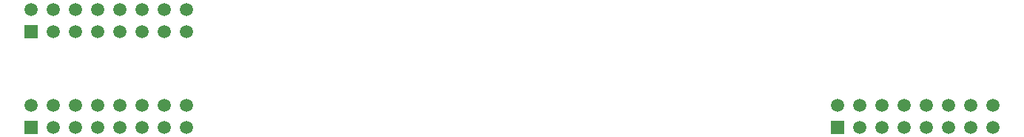
<source format=gbr>
G04 Layer_Color=255*
%FSLAX45Y45*%
%MOMM*%
%TF.FileFunction,Pads,Bot*%
%TF.Part,Single*%
G01*
G75*
%TA.AperFunction,ComponentPad*%
%ADD12C,1.50000*%
%ADD13R,1.50000X1.50000*%
D12*
X19876578Y27969397D02*
D03*
Y27715399D02*
D03*
X19622577Y27969397D02*
D03*
Y27715399D02*
D03*
X19368578Y27969397D02*
D03*
Y27715399D02*
D03*
X19114577Y27969397D02*
D03*
Y27715399D02*
D03*
X18860577Y27969397D02*
D03*
Y27715399D02*
D03*
X18606577Y27969397D02*
D03*
Y27715399D02*
D03*
X18352577Y27969397D02*
D03*
Y27715399D02*
D03*
X18098576Y27969397D02*
D03*
X10644318D02*
D03*
Y27715399D02*
D03*
X10390318Y27969397D02*
D03*
Y27715399D02*
D03*
X10136318Y27969397D02*
D03*
Y27715399D02*
D03*
X9882318Y27969397D02*
D03*
Y27715399D02*
D03*
X9628318Y27969397D02*
D03*
Y27715399D02*
D03*
X9374318Y27969397D02*
D03*
Y27715399D02*
D03*
X9120318Y27969397D02*
D03*
Y27715399D02*
D03*
X8866318Y27969397D02*
D03*
X10644322Y29070001D02*
D03*
Y28816000D02*
D03*
X10390322Y29070001D02*
D03*
Y28816000D02*
D03*
X10136322Y29070001D02*
D03*
Y28816000D02*
D03*
X9882322Y29070001D02*
D03*
Y28816000D02*
D03*
X9628322Y29070001D02*
D03*
Y28816000D02*
D03*
X9374322Y29070001D02*
D03*
Y28816000D02*
D03*
X9120322Y29070001D02*
D03*
Y28816000D02*
D03*
X8866322Y29070001D02*
D03*
D13*
X18098576Y27715399D02*
D03*
X8866318D02*
D03*
X8866322Y28816000D02*
D03*
%TF.MD5,f9f5b8ee7642d2933ca98006ff393a37*%
M02*

</source>
